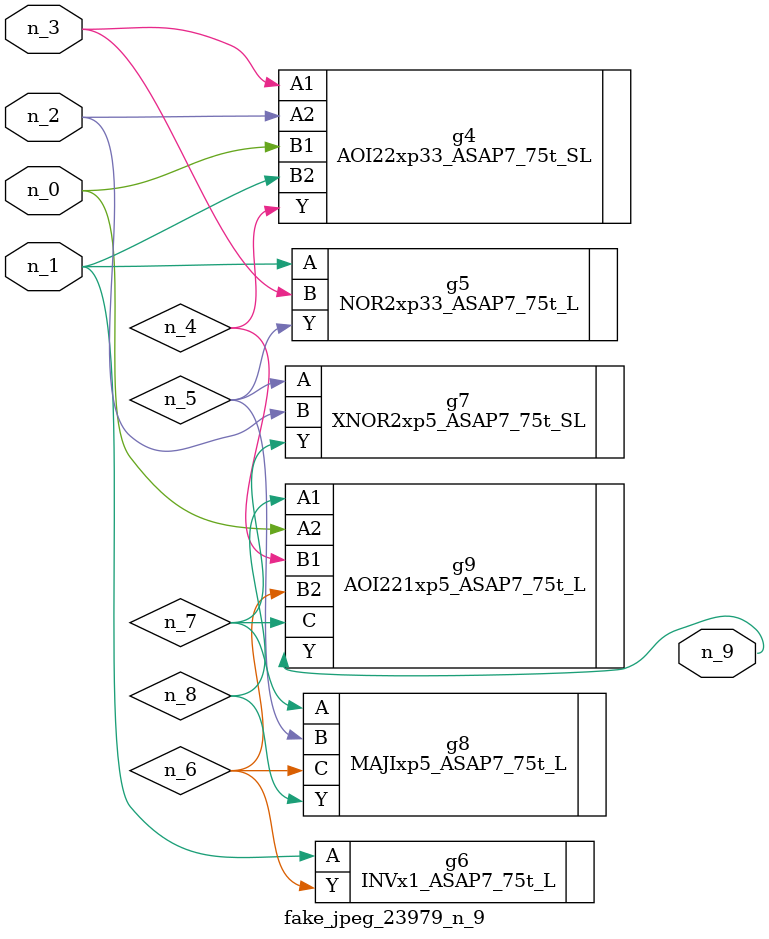
<source format=v>
module fake_jpeg_23979_n_9 (n_0, n_3, n_2, n_1, n_9);

input n_0;
input n_3;
input n_2;
input n_1;

output n_9;

wire n_4;
wire n_8;
wire n_6;
wire n_5;
wire n_7;

AOI22xp33_ASAP7_75t_SL g4 ( 
.A1(n_3),
.A2(n_2),
.B1(n_0),
.B2(n_1),
.Y(n_4)
);

NOR2xp33_ASAP7_75t_L g5 ( 
.A(n_1),
.B(n_3),
.Y(n_5)
);

INVx1_ASAP7_75t_L g6 ( 
.A(n_1),
.Y(n_6)
);

XNOR2xp5_ASAP7_75t_SL g7 ( 
.A(n_5),
.B(n_2),
.Y(n_7)
);

MAJIxp5_ASAP7_75t_L g8 ( 
.A(n_7),
.B(n_5),
.C(n_6),
.Y(n_8)
);

AOI221xp5_ASAP7_75t_L g9 ( 
.A1(n_8),
.A2(n_0),
.B1(n_4),
.B2(n_6),
.C(n_7),
.Y(n_9)
);


endmodule
</source>
